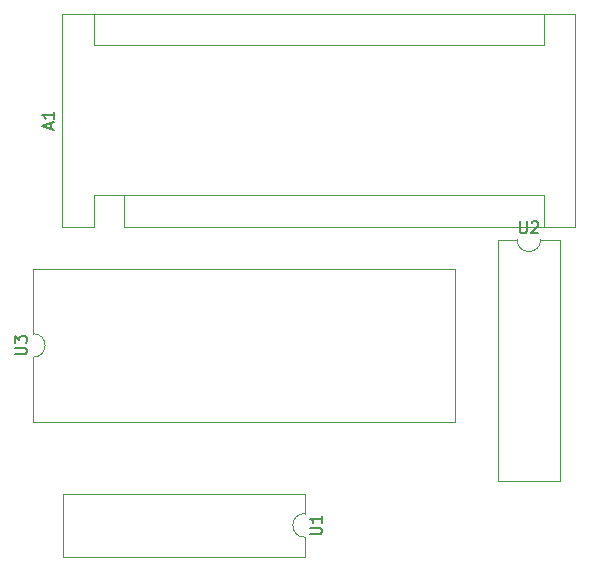
<source format=gbr>
%TF.GenerationSoftware,KiCad,Pcbnew,(5.1.7)-1*%
%TF.CreationDate,2020-10-12T01:03:24+02:00*%
%TF.ProjectId,16bitComputer,31366269-7443-46f6-9d70-757465722e6b,rev?*%
%TF.SameCoordinates,Original*%
%TF.FileFunction,Legend,Top*%
%TF.FilePolarity,Positive*%
%FSLAX46Y46*%
G04 Gerber Fmt 4.6, Leading zero omitted, Abs format (unit mm)*
G04 Created by KiCad (PCBNEW (5.1.7)-1) date 2020-10-12 01:03:24*
%MOMM*%
%LPD*%
G01*
G04 APERTURE LIST*
%ADD10C,0.120000*%
%ADD11C,0.150000*%
G04 APERTURE END LIST*
D10*
%TO.C,U3*%
X116780000Y-87520000D02*
X116780000Y-92980000D01*
X152460000Y-87520000D02*
X116780000Y-87520000D01*
X152460000Y-100440000D02*
X152460000Y-87520000D01*
X116780000Y-100440000D02*
X152460000Y-100440000D01*
X116780000Y-94980000D02*
X116780000Y-100440000D01*
X116780000Y-92980000D02*
G75*
G02*
X116780000Y-94980000I0J-1000000D01*
G01*
%TO.C,U2*%
X161400000Y-85030000D02*
X159750000Y-85030000D01*
X161400000Y-105470000D02*
X161400000Y-85030000D01*
X156100000Y-105470000D02*
X161400000Y-105470000D01*
X156100000Y-85030000D02*
X156100000Y-105470000D01*
X157750000Y-85030000D02*
X156100000Y-85030000D01*
X159750000Y-85030000D02*
G75*
G02*
X157750000Y-85030000I-1000000J0D01*
G01*
%TO.C,U1*%
X139760000Y-111870000D02*
X139760000Y-110220000D01*
X119320000Y-111870000D02*
X139760000Y-111870000D01*
X119320000Y-106570000D02*
X119320000Y-111870000D01*
X139760000Y-106570000D02*
X119320000Y-106570000D01*
X139760000Y-108220000D02*
X139760000Y-106570000D01*
X139760000Y-110220000D02*
G75*
G02*
X139760000Y-108220000I0J1000000D01*
G01*
%TO.C,A1*%
X119250000Y-65910000D02*
X119250000Y-83950000D01*
X162690000Y-65910000D02*
X119250000Y-65910000D01*
X162690000Y-83950000D02*
X162690000Y-65910000D01*
X160020000Y-81280000D02*
X160020000Y-83950000D01*
X124460000Y-81280000D02*
X160020000Y-81280000D01*
X124460000Y-81280000D02*
X124460000Y-83950000D01*
X160020000Y-68580000D02*
X160020000Y-65910000D01*
X121920000Y-68580000D02*
X160020000Y-68580000D01*
X121920000Y-68580000D02*
X121920000Y-65910000D01*
X119250000Y-83950000D02*
X121920000Y-83950000D01*
X124460000Y-83950000D02*
X162690000Y-83950000D01*
X121920000Y-81280000D02*
X121920000Y-83950000D01*
X124460000Y-81280000D02*
X121920000Y-81280000D01*
%TO.C,U3*%
D11*
X115232380Y-94741904D02*
X116041904Y-94741904D01*
X116137142Y-94694285D01*
X116184761Y-94646666D01*
X116232380Y-94551428D01*
X116232380Y-94360952D01*
X116184761Y-94265714D01*
X116137142Y-94218095D01*
X116041904Y-94170476D01*
X115232380Y-94170476D01*
X115232380Y-93789523D02*
X115232380Y-93170476D01*
X115613333Y-93503809D01*
X115613333Y-93360952D01*
X115660952Y-93265714D01*
X115708571Y-93218095D01*
X115803809Y-93170476D01*
X116041904Y-93170476D01*
X116137142Y-93218095D01*
X116184761Y-93265714D01*
X116232380Y-93360952D01*
X116232380Y-93646666D01*
X116184761Y-93741904D01*
X116137142Y-93789523D01*
%TO.C,U2*%
X157988095Y-83482380D02*
X157988095Y-84291904D01*
X158035714Y-84387142D01*
X158083333Y-84434761D01*
X158178571Y-84482380D01*
X158369047Y-84482380D01*
X158464285Y-84434761D01*
X158511904Y-84387142D01*
X158559523Y-84291904D01*
X158559523Y-83482380D01*
X158988095Y-83577619D02*
X159035714Y-83530000D01*
X159130952Y-83482380D01*
X159369047Y-83482380D01*
X159464285Y-83530000D01*
X159511904Y-83577619D01*
X159559523Y-83672857D01*
X159559523Y-83768095D01*
X159511904Y-83910952D01*
X158940476Y-84482380D01*
X159559523Y-84482380D01*
%TO.C,U1*%
X140212380Y-109981904D02*
X141021904Y-109981904D01*
X141117142Y-109934285D01*
X141164761Y-109886666D01*
X141212380Y-109791428D01*
X141212380Y-109600952D01*
X141164761Y-109505714D01*
X141117142Y-109458095D01*
X141021904Y-109410476D01*
X140212380Y-109410476D01*
X141212380Y-108410476D02*
X141212380Y-108981904D01*
X141212380Y-108696190D02*
X140212380Y-108696190D01*
X140355238Y-108791428D01*
X140450476Y-108886666D01*
X140498095Y-108981904D01*
%TO.C,A1*%
X118276666Y-75644285D02*
X118276666Y-75168095D01*
X118562380Y-75739523D02*
X117562380Y-75406190D01*
X118562380Y-75072857D01*
X118562380Y-74215714D02*
X118562380Y-74787142D01*
X118562380Y-74501428D02*
X117562380Y-74501428D01*
X117705238Y-74596666D01*
X117800476Y-74691904D01*
X117848095Y-74787142D01*
%TD*%
M02*

</source>
